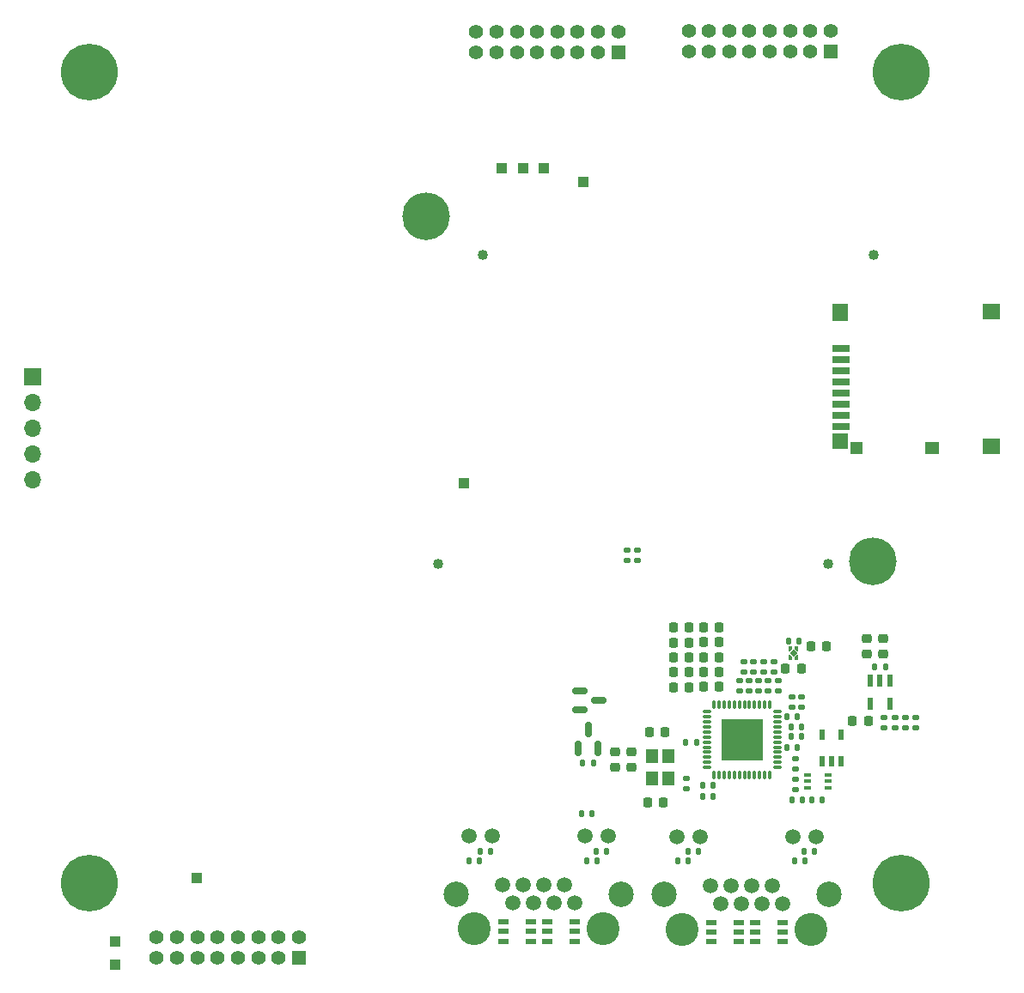
<source format=gbr>
%TF.GenerationSoftware,KiCad,Pcbnew,9.0.3*%
%TF.CreationDate,2025-08-11T10:56:28-06:00*%
%TF.ProjectId,imx8x_carrier_v2,696d7838-785f-4636-9172-726965725f76,A*%
%TF.SameCoordinates,Original*%
%TF.FileFunction,Soldermask,Bot*%
%TF.FilePolarity,Negative*%
%FSLAX46Y46*%
G04 Gerber Fmt 4.6, Leading zero omitted, Abs format (unit mm)*
G04 Created by KiCad (PCBNEW 9.0.3) date 2025-08-11 10:56:28*
%MOMM*%
%LPD*%
G01*
G04 APERTURE LIST*
G04 Aperture macros list*
%AMRoundRect*
0 Rectangle with rounded corners*
0 $1 Rounding radius*
0 $2 $3 $4 $5 $6 $7 $8 $9 X,Y pos of 4 corners*
0 Add a 4 corners polygon primitive as box body*
4,1,4,$2,$3,$4,$5,$6,$7,$8,$9,$2,$3,0*
0 Add four circle primitives for the rounded corners*
1,1,$1+$1,$2,$3*
1,1,$1+$1,$4,$5*
1,1,$1+$1,$6,$7*
1,1,$1+$1,$8,$9*
0 Add four rect primitives between the rounded corners*
20,1,$1+$1,$2,$3,$4,$5,0*
20,1,$1+$1,$4,$5,$6,$7,0*
20,1,$1+$1,$6,$7,$8,$9,0*
20,1,$1+$1,$8,$9,$2,$3,0*%
%AMRotRect*
0 Rectangle, with rotation*
0 The origin of the aperture is its center*
0 $1 length*
0 $2 width*
0 $3 Rotation angle, in degrees counterclockwise*
0 Add horizontal line*
21,1,$1,$2,0,0,$3*%
%AMFreePoly0*
4,1,15,0.030697,0.149468,0.210697,0.009468,0.229614,-0.023798,0.230000,-0.030000,0.230000,-0.110000,0.215355,-0.145355,0.180000,-0.160000,-0.180000,-0.160000,-0.215355,-0.145355,-0.230000,-0.110000,-0.230000,0.110000,-0.215355,0.145355,-0.180000,0.160000,0.000000,0.160000,0.030697,0.149468,0.030697,0.149468,$1*%
%AMFreePoly1*
4,1,15,0.215355,0.155355,0.230000,0.120000,0.230000,0.040000,0.215355,0.004645,0.210697,0.000532,0.030697,-0.139468,0.000000,-0.150000,-0.180000,-0.150000,-0.215355,-0.135355,-0.230000,-0.100000,-0.230000,0.120000,-0.215355,0.155355,-0.180000,0.170000,0.180000,0.170000,0.215355,0.155355,0.215355,0.155355,$1*%
%AMFreePoly2*
4,1,15,0.215355,0.155355,0.230000,0.120000,0.230000,-0.100000,0.215355,-0.135355,0.180000,-0.150000,0.000000,-0.150000,-0.030697,-0.139468,-0.210697,0.000532,-0.229614,0.033798,-0.230000,0.040000,-0.230000,0.120000,-0.215355,0.155355,-0.180000,0.170000,0.180000,0.170000,0.215355,0.155355,0.215355,0.155355,$1*%
%AMFreePoly3*
4,1,15,0.215355,0.145355,0.230000,0.110000,0.230000,-0.110000,0.215355,-0.145355,0.180000,-0.160000,-0.180000,-0.160000,-0.215355,-0.145355,-0.230000,-0.110000,-0.230000,-0.030000,-0.215355,0.005355,-0.210697,0.009468,-0.030697,0.149468,0.000000,0.160000,0.180000,0.160000,0.215355,0.145355,0.215355,0.145355,$1*%
G04 Aperture macros list end*
%ADD10C,5.600000*%
%ADD11R,1.700000X1.700000*%
%ADD12O,1.700000X1.700000*%
%ADD13C,3.250000*%
%ADD14C,1.520000*%
%ADD15C,2.500000*%
%ADD16R,1.400000X1.400000*%
%ADD17C,1.400000*%
%ADD18R,1.000000X1.000000*%
%ADD19C,4.700000*%
%ADD20C,1.016000*%
%ADD21R,1.150000X1.400000*%
%ADD22RoundRect,0.225000X0.225000X0.250000X-0.225000X0.250000X-0.225000X-0.250000X0.225000X-0.250000X0*%
%ADD23RoundRect,0.135000X-0.135000X-0.185000X0.135000X-0.185000X0.135000X0.185000X-0.135000X0.185000X0*%
%ADD24R,1.100000X0.600000*%
%ADD25RoundRect,0.225000X-0.225000X-0.250000X0.225000X-0.250000X0.225000X0.250000X-0.225000X0.250000X0*%
%ADD26RoundRect,0.135000X0.185000X-0.135000X0.185000X0.135000X-0.185000X0.135000X-0.185000X-0.135000X0*%
%ADD27RoundRect,0.150000X0.150000X-0.587500X0.150000X0.587500X-0.150000X0.587500X-0.150000X-0.587500X0*%
%ADD28RoundRect,0.135000X-0.185000X0.135000X-0.185000X-0.135000X0.185000X-0.135000X0.185000X0.135000X0*%
%ADD29FreePoly0,90.000000*%
%ADD30FreePoly1,90.000000*%
%ADD31FreePoly2,90.000000*%
%ADD32FreePoly3,90.000000*%
%ADD33RotRect,0.480000X0.480000X45.000000*%
%ADD34RoundRect,0.225000X0.250000X-0.225000X0.250000X0.225000X-0.250000X0.225000X-0.250000X-0.225000X0*%
%ADD35R,0.780000X0.380000*%
%ADD36R,1.680000X0.800000*%
%ADD37R,1.400000X1.290000*%
%ADD38R,1.300000X1.290000*%
%ADD39R,1.500000X1.600000*%
%ADD40R,1.500000X1.700000*%
%ADD41R,1.700000X1.500000*%
%ADD42RoundRect,0.135000X0.135000X0.185000X-0.135000X0.185000X-0.135000X-0.185000X0.135000X-0.185000X0*%
%ADD43O,0.280000X0.850000*%
%ADD44O,0.850000X0.280000*%
%ADD45R,4.100000X4.100000*%
%ADD46R,0.600000X1.100000*%
%ADD47R,0.490000X1.160000*%
%ADD48R,0.490000X1.180000*%
%ADD49RoundRect,0.150000X-0.587500X-0.150000X0.587500X-0.150000X0.587500X0.150000X-0.587500X0.150000X0*%
G04 APERTURE END LIST*
D10*
%TO.C,H4*%
X76840200Y-35628400D03*
%TD*%
%TO.C,H3*%
X76840200Y-115628400D03*
%TD*%
%TO.C,H2*%
X156840200Y-115628400D03*
%TD*%
%TO.C,H1*%
X156840200Y-35628400D03*
%TD*%
D11*
%TO.C,J3*%
X71297800Y-65633600D03*
D12*
X71297800Y-68173600D03*
X71297800Y-70713600D03*
X71297800Y-73253600D03*
X71297800Y-75793600D03*
%TD*%
D13*
%TO.C,RJ1*%
X114790000Y-120140000D03*
X127490000Y-120140000D03*
D14*
X124720000Y-117600000D03*
X123700000Y-115820000D03*
X122680000Y-117600000D03*
X121660000Y-115820000D03*
X120640000Y-117600000D03*
X119620000Y-115820000D03*
X118600000Y-117600000D03*
X117580000Y-115820000D03*
X128000000Y-111000000D03*
X125710000Y-111000000D03*
X116570000Y-111000000D03*
X114280000Y-111000000D03*
D15*
X113010000Y-116710000D03*
X129270000Y-116710000D03*
%TD*%
D16*
%TO.C,CN2*%
X149910800Y-33546800D03*
D17*
X149910800Y-31546800D03*
X147910800Y-33546800D03*
X147910800Y-31546800D03*
X145910800Y-33546800D03*
X145910800Y-31546800D03*
X143910800Y-33546800D03*
X143910800Y-31546800D03*
X141910800Y-33546800D03*
X141910800Y-31546800D03*
X139910800Y-33546800D03*
X139910800Y-31546800D03*
X137910800Y-33546800D03*
X137910800Y-31546800D03*
X135910800Y-33546800D03*
X135910800Y-31546800D03*
%TD*%
D18*
%TO.C,TP10*%
X79425800Y-121386600D03*
%TD*%
%TO.C,TP12*%
X119590200Y-45111600D03*
%TD*%
%TO.C,TP9*%
X79425800Y-123621800D03*
%TD*%
D13*
%TO.C,RJ2*%
X135280001Y-120150001D03*
X147980001Y-120150001D03*
D14*
X145210001Y-117610001D03*
X144190001Y-115830001D03*
X143170001Y-117610001D03*
X142150001Y-115830001D03*
X141130001Y-117610001D03*
X140110001Y-115830001D03*
X139090001Y-117610001D03*
X138070001Y-115830001D03*
X148490001Y-111010001D03*
X146200001Y-111010001D03*
X137060001Y-111010001D03*
X134770001Y-111010001D03*
D15*
X133500001Y-116720001D03*
X149760001Y-116720001D03*
%TD*%
D16*
%TO.C,CN1*%
X97490000Y-122980000D03*
D17*
X97490000Y-120980000D03*
X95490000Y-122980000D03*
X95490000Y-120980000D03*
X93490000Y-122980000D03*
X93490000Y-120980000D03*
X91490000Y-122980000D03*
X91490000Y-120980000D03*
X89490000Y-122980000D03*
X89490000Y-120980000D03*
X87490000Y-122980000D03*
X87490000Y-120980000D03*
X85490000Y-122980000D03*
X85490000Y-120980000D03*
X83490000Y-122980000D03*
X83490000Y-120980000D03*
%TD*%
D19*
%TO.C,H6*%
X154052300Y-83866000D03*
%TD*%
D16*
%TO.C,CN3*%
X128981200Y-33629600D03*
D17*
X128981200Y-31629600D03*
X126981200Y-33629600D03*
X126981200Y-31629600D03*
X124981200Y-33629600D03*
X124981200Y-31629600D03*
X122981200Y-33629600D03*
X122981200Y-31629600D03*
X120981200Y-33629600D03*
X120981200Y-31629600D03*
X118981200Y-33629600D03*
X118981200Y-31629600D03*
X116981200Y-33629600D03*
X116981200Y-31629600D03*
X114981200Y-33629600D03*
X114981200Y-31629600D03*
%TD*%
D18*
%TO.C,TP8*%
X121660000Y-45110000D03*
%TD*%
%TO.C,TP1*%
X113741200Y-76174600D03*
%TD*%
%TO.C,TP7*%
X117485000Y-45110000D03*
%TD*%
D20*
%TO.C,J4*%
X115654000Y-53668000D03*
X154126000Y-53668000D03*
%TD*%
D19*
%TO.C,H5*%
X110040000Y-49860000D03*
%TD*%
D18*
%TO.C,TP2*%
X125550000Y-46420000D03*
%TD*%
%TO.C,TP11*%
X87426400Y-115074800D03*
%TD*%
D20*
%TO.C,J1*%
X111194000Y-84108000D03*
X149666000Y-84108000D03*
%TD*%
D21*
%TO.C,Y1*%
X133890003Y-103087335D03*
X133890003Y-105287335D03*
X132290003Y-105287335D03*
X132290003Y-103087335D03*
%TD*%
D22*
%TO.C,C18*%
X135950003Y-93337334D03*
X134400003Y-93337334D03*
%TD*%
%TO.C,C56*%
X153621602Y-99585538D03*
X152071602Y-99585538D03*
%TD*%
D23*
%TO.C,R29*%
X126810000Y-112450000D03*
X127830000Y-112450000D03*
%TD*%
D24*
%TO.C,TV4*%
X140829999Y-119509999D03*
X140829999Y-120459999D03*
X140829999Y-121409999D03*
X138129999Y-121409999D03*
X138129999Y-120459999D03*
X138129999Y-119509999D03*
%TD*%
D25*
%TO.C,C1*%
X132016200Y-100685600D03*
X133566200Y-100685600D03*
%TD*%
D26*
%TO.C,R94*%
X130881400Y-83772000D03*
X130881400Y-82752000D03*
%TD*%
D23*
%TO.C,R7*%
X135650003Y-101727335D03*
X136670003Y-101727335D03*
%TD*%
D27*
%TO.C,Q1*%
X126959400Y-102308900D03*
X125059400Y-102308900D03*
X126009400Y-100433900D03*
%TD*%
D26*
%TO.C,R2*%
X142830003Y-96637335D03*
X142830003Y-95617335D03*
%TD*%
%TO.C,R20*%
X144290003Y-94767335D03*
X144290003Y-93747335D03*
%TD*%
D22*
%TO.C,C9*%
X135945003Y-90410738D03*
X134395003Y-90410738D03*
%TD*%
%TO.C,C10*%
X135955003Y-91870736D03*
X134405003Y-91870736D03*
%TD*%
D25*
%TO.C,C54*%
X147975003Y-92237335D03*
X149525003Y-92237335D03*
%TD*%
D28*
%TO.C,R138*%
X158290003Y-99297336D03*
X158290003Y-100317336D03*
%TD*%
D23*
%TO.C,R8*%
X145630002Y-102207335D03*
X146650002Y-102207335D03*
%TD*%
D29*
%TO.C,U9*%
X146570003Y-93367335D03*
D30*
X145930003Y-93367335D03*
D31*
X145930003Y-92507335D03*
D32*
X146570003Y-92507335D03*
D33*
X146250003Y-92937335D03*
%TD*%
D28*
%TO.C,R137*%
X157290003Y-99297336D03*
X157290003Y-100317336D03*
%TD*%
D34*
%TO.C,C58*%
X153496602Y-93050538D03*
X153496602Y-91500538D03*
%TD*%
D26*
%TO.C,R3*%
X143770003Y-96627335D03*
X143770003Y-95607335D03*
%TD*%
D23*
%TO.C,R117*%
X154276602Y-94305538D03*
X155296602Y-94305538D03*
%TD*%
D22*
%TO.C,C16*%
X135960003Y-96297334D03*
X134410003Y-96297334D03*
%TD*%
D25*
%TO.C,C13*%
X137370003Y-91857334D03*
X138920003Y-91857334D03*
%TD*%
D35*
%TO.C,U3*%
X147650003Y-106218137D03*
X147650003Y-105568137D03*
X147650003Y-104918137D03*
X149630003Y-104918137D03*
X149630003Y-105568137D03*
X149630003Y-106218137D03*
%TD*%
D24*
%TO.C,TV2*%
X120330001Y-119450000D03*
X120330001Y-120400000D03*
X120330001Y-121350000D03*
X117630001Y-121350000D03*
X117630001Y-120400000D03*
X117630001Y-119450000D03*
%TD*%
D36*
%TO.C,Card1*%
X150960000Y-62900000D03*
X150960000Y-64000000D03*
X150960000Y-65100000D03*
X150960000Y-66200000D03*
X150960000Y-67300000D03*
X150960000Y-68400000D03*
X150960000Y-69500000D03*
X150960000Y-70600000D03*
D37*
X159920000Y-72660000D03*
D38*
X152450000Y-72660000D03*
D39*
X150820000Y-72010000D03*
D40*
X150870000Y-59350000D03*
D41*
X165720000Y-59260000D03*
X165720000Y-72550000D03*
%TD*%
D24*
%TO.C,TV3*%
X145180000Y-119500000D03*
X145180000Y-120450000D03*
X145180000Y-121400000D03*
X142480000Y-121400000D03*
X142480000Y-120450000D03*
X142480000Y-119500000D03*
%TD*%
D23*
%TO.C,R17*%
X137290003Y-107057335D03*
X138310003Y-107057335D03*
%TD*%
D42*
%TO.C,R114*%
X146780004Y-91707335D03*
X145760004Y-91707335D03*
%TD*%
D23*
%TO.C,R27*%
X125850000Y-113400000D03*
X126870000Y-113400000D03*
%TD*%
%TO.C,R30*%
X134810001Y-113410001D03*
X135830001Y-113410001D03*
%TD*%
D42*
%TO.C,R10*%
X138310003Y-105957335D03*
X137290003Y-105957335D03*
%TD*%
D26*
%TO.C,R96*%
X129840000Y-83770000D03*
X129840000Y-82750000D03*
%TD*%
D28*
%TO.C,R9*%
X135723403Y-105319135D03*
X135723403Y-106339135D03*
%TD*%
D26*
%TO.C,R4*%
X144710003Y-96627335D03*
X144710003Y-95607335D03*
%TD*%
D25*
%TO.C,C14*%
X137360003Y-90387334D03*
X138910003Y-90387334D03*
%TD*%
D23*
%TO.C,R12*%
X145980003Y-101167335D03*
X147000003Y-101167335D03*
%TD*%
D28*
%TO.C,R24*%
X146421805Y-105388337D03*
X146421805Y-106408337D03*
%TD*%
D42*
%TO.C,R28*%
X116390000Y-112450000D03*
X115370000Y-112450000D03*
%TD*%
D34*
%TO.C,C22*%
X128642505Y-104224835D03*
X128642505Y-102674835D03*
%TD*%
D26*
%TO.C,R115*%
X156260003Y-100327336D03*
X156260003Y-99307336D03*
%TD*%
D25*
%TO.C,C12*%
X137370003Y-93327334D03*
X138920003Y-93327334D03*
%TD*%
%TO.C,C2*%
X131898403Y-107629135D03*
X133448403Y-107629135D03*
%TD*%
D26*
%TO.C,R1*%
X141880003Y-96647335D03*
X141880003Y-95627335D03*
%TD*%
D22*
%TO.C,C55*%
X147010003Y-94417335D03*
X145460003Y-94417335D03*
%TD*%
D23*
%TO.C,R5*%
X145610002Y-99227335D03*
X146630002Y-99227335D03*
%TD*%
D43*
%TO.C,U1*%
X143910003Y-104917335D03*
X143410003Y-104917335D03*
X142910003Y-104917335D03*
X142410003Y-104917335D03*
X141910003Y-104917335D03*
X141410003Y-104917335D03*
X140910003Y-104917335D03*
X140410003Y-104917335D03*
X139910003Y-104917335D03*
X139410003Y-104917335D03*
X138910003Y-104917335D03*
X138410003Y-104917335D03*
D44*
X137690003Y-104197335D03*
X137690003Y-103697335D03*
X137690003Y-103197335D03*
X137690003Y-102697335D03*
X137690003Y-102197335D03*
X137690003Y-101697335D03*
X137690003Y-101197335D03*
X137690003Y-100697335D03*
X137690003Y-100197335D03*
X137690003Y-99697335D03*
X137690003Y-99197335D03*
X137690003Y-98697335D03*
D43*
X138410003Y-97977335D03*
X138910003Y-97977335D03*
X139410003Y-97977335D03*
X139910003Y-97977335D03*
X140410003Y-97977335D03*
X140910003Y-97977335D03*
X141410003Y-97977335D03*
X141910003Y-97977335D03*
X142410003Y-97977335D03*
X142910003Y-97977335D03*
X143410003Y-97977335D03*
X143910003Y-97977335D03*
D44*
X144630003Y-98697335D03*
X144630003Y-99197335D03*
X144630003Y-99697335D03*
X144630003Y-100197335D03*
X144630003Y-100697335D03*
X144630003Y-101197335D03*
X144630003Y-101697335D03*
X144630003Y-102197335D03*
X144630003Y-102697335D03*
X144630003Y-103197335D03*
X144630003Y-103697335D03*
X144630003Y-104197335D03*
D45*
X141160003Y-101447335D03*
%TD*%
D25*
%TO.C,C15*%
X137380003Y-96267334D03*
X138930003Y-96267334D03*
%TD*%
D46*
%TO.C,U2*%
X150950003Y-103607335D03*
X150000003Y-103607335D03*
X149050003Y-103607335D03*
X149050003Y-101007335D03*
X150950003Y-101007335D03*
%TD*%
D42*
%TO.C,R31*%
X136890001Y-112460001D03*
X135870001Y-112460001D03*
%TD*%
D23*
%TO.C,R32*%
X147310001Y-112460001D03*
X148330001Y-112460001D03*
%TD*%
D24*
%TO.C,TV1*%
X124680000Y-119450000D03*
X124680000Y-120400000D03*
X124680000Y-121350000D03*
X121980000Y-121350000D03*
X121980000Y-120400000D03*
X121980000Y-119450000D03*
%TD*%
D42*
%TO.C,R15*%
X126392231Y-108729775D03*
X125372231Y-108729775D03*
%TD*%
D34*
%TO.C,C21*%
X130242505Y-104224839D03*
X130242505Y-102674839D03*
%TD*%
D47*
%TO.C,U10*%
X153820003Y-95657335D03*
X154770003Y-95657335D03*
X155720003Y-95657335D03*
D48*
X155720003Y-97957335D03*
X153820003Y-97957335D03*
%TD*%
D42*
%TO.C,R23*%
X149111803Y-107388337D03*
X148091803Y-107388337D03*
%TD*%
D26*
%TO.C,R6*%
X140930003Y-96647336D03*
X140930003Y-95627336D03*
%TD*%
D25*
%TO.C,C11*%
X137380003Y-94787334D03*
X138930003Y-94787334D03*
%TD*%
D28*
%TO.C,R22*%
X146418406Y-103368338D03*
X146418406Y-104388338D03*
%TD*%
D26*
%TO.C,R21*%
X141390003Y-94777335D03*
X141390003Y-93757335D03*
%TD*%
%TO.C,R116*%
X155196602Y-100315538D03*
X155196602Y-99295538D03*
%TD*%
D23*
%TO.C,R26*%
X114310001Y-113400000D03*
X115330001Y-113400000D03*
%TD*%
D49*
%TO.C,Q2*%
X125198900Y-98550900D03*
X125198900Y-96650900D03*
X127073900Y-97600900D03*
%TD*%
D42*
%TO.C,R11*%
X147000004Y-100197335D03*
X145980004Y-100197335D03*
%TD*%
D26*
%TO.C,R16*%
X146140003Y-98287334D03*
X146140003Y-97267334D03*
%TD*%
D23*
%TO.C,R13*%
X125487258Y-103799777D03*
X126507258Y-103799777D03*
%TD*%
D42*
%TO.C,R25*%
X147130005Y-107391738D03*
X146110005Y-107391738D03*
%TD*%
D23*
%TO.C,R33*%
X146350001Y-113410001D03*
X147370001Y-113410001D03*
%TD*%
D22*
%TO.C,C17*%
X135955003Y-94817335D03*
X134405003Y-94817335D03*
%TD*%
D34*
%TO.C,C57*%
X155100002Y-93050538D03*
X155100002Y-91500538D03*
%TD*%
D28*
%TO.C,R18*%
X143346603Y-93745535D03*
X143346603Y-94765535D03*
%TD*%
%TO.C,R19*%
X142330003Y-93757336D03*
X142330003Y-94777336D03*
%TD*%
%TO.C,R14*%
X147080003Y-97267336D03*
X147080003Y-98287336D03*
%TD*%
M02*

</source>
